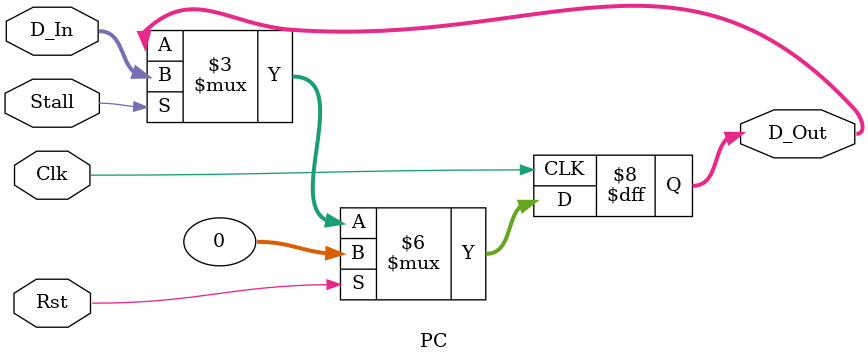
<source format=v>
/*
	Title: 32-Bit Register with Synchronous Reset
	Editor: Selene (Computer System and Architecture Lab, ICE, CYCU)
	
	Input Port
		1. clk
		2. rst: 重置訊號
		3. en_reg: 控制暫存器是否可寫入
		4. d_in: 欲寫入的暫存器資料
	Output Port
		1. d_out: 所讀取的暫存器資料
*/

`timescale 1ns/1ns

module PC ( Clk, Rst, Stall, D_In, D_Out );

  input             Clk, Rst, Stall;
  input      [31:0] D_In;
  output reg [31:0] D_Out;

   
  always @( posedge Clk )
  begin

    if ( Rst )
    begin

      D_Out <= 32'b0;

    end

    else 
    begin
	    
      if ( Stall )
      begin

        D_Out <= D_In;

      end

      else
      begin

        D_Out <= D_Out;

      end

    end

  end

endmodule
	

</source>
